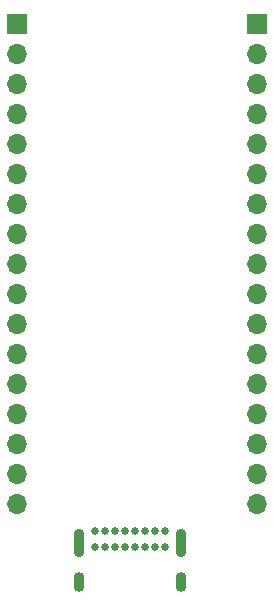
<source format=gbr>
%TF.GenerationSoftware,KiCad,Pcbnew,(6.0.9)*%
%TF.CreationDate,2023-03-11T12:35:53-05:00*%
%TF.ProjectId,tinypico-nano-carrier,74696e79-7069-4636-9f2d-6e616e6f2d63,rev?*%
%TF.SameCoordinates,Original*%
%TF.FileFunction,Soldermask,Bot*%
%TF.FilePolarity,Negative*%
%FSLAX46Y46*%
G04 Gerber Fmt 4.6, Leading zero omitted, Abs format (unit mm)*
G04 Created by KiCad (PCBNEW (6.0.9)) date 2023-03-11 12:35:53*
%MOMM*%
%LPD*%
G01*
G04 APERTURE LIST*
%ADD10R,1.700000X1.700000*%
%ADD11O,1.700000X1.700000*%
%ADD12C,0.650000*%
%ADD13O,0.900000X1.700000*%
%ADD14O,0.900000X2.400000*%
G04 APERTURE END LIST*
D10*
%TO.C,J1*%
X123120000Y-52700000D03*
D11*
X123120000Y-55240000D03*
X123120000Y-57780000D03*
X123120000Y-60320000D03*
X123120000Y-62860000D03*
X123120000Y-65400000D03*
X123120000Y-67940000D03*
X123120000Y-70480000D03*
X123120000Y-73020000D03*
X123120000Y-75560000D03*
X123120000Y-78100000D03*
X123120000Y-80640000D03*
X123120000Y-83180000D03*
X123120000Y-85720000D03*
X123120000Y-88260000D03*
X123120000Y-90800000D03*
X123120000Y-93340000D03*
%TD*%
D12*
%TO.C,J3*%
X109425000Y-95640000D03*
X110275000Y-95640000D03*
X111125000Y-95640000D03*
X111975000Y-95640000D03*
X112825000Y-95640000D03*
X113675000Y-95640000D03*
X114525000Y-95640000D03*
X115375000Y-95640000D03*
X115375000Y-96990000D03*
X114525000Y-96990000D03*
X113675000Y-96990000D03*
X112825000Y-96990000D03*
X111975000Y-96990000D03*
X111125000Y-96990000D03*
X110275000Y-96990000D03*
X109425000Y-96990000D03*
D13*
X108075000Y-100000000D03*
X116725000Y-100000000D03*
D14*
X108075000Y-96620000D03*
X116725000Y-96620000D03*
%TD*%
D10*
%TO.C,J2*%
X102800000Y-52700000D03*
D11*
X102800000Y-55240000D03*
X102800000Y-57780000D03*
X102800000Y-60320000D03*
X102800000Y-62860000D03*
X102800000Y-65400000D03*
X102800000Y-67940000D03*
X102800000Y-70480000D03*
X102800000Y-73020000D03*
X102800000Y-75560000D03*
X102800000Y-78100000D03*
X102800000Y-80640000D03*
X102800000Y-83180000D03*
X102800000Y-85720000D03*
X102800000Y-88260000D03*
X102800000Y-90800000D03*
X102800000Y-93340000D03*
%TD*%
M02*

</source>
